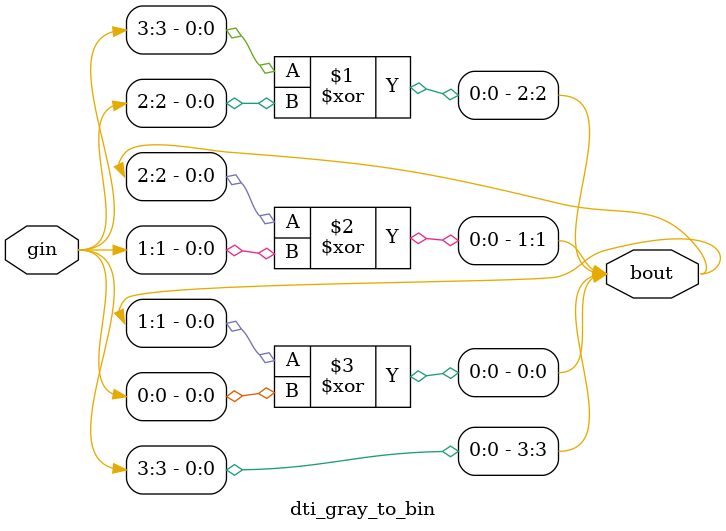
<source format=v>
module dti_gray_to_bin #(
    parameter WIDTH = 4  // bit-numbers of the input binary-encoded value and output gray-encoded value
) (
    input  [WIDTH-1:0] gin,  // input value in gray-encoded format
    output [WIDTH-1:0] bout  // output value in binary-encoded format
);
    //--------------------------------------------------------------------------
    genvar gi;
    //--------------------------------------------------------------------------
    assign bout[WIDTH-1] = gin[WIDTH-1];

    generate for(gi = WIDTH-2 ; gi >= 0; gi = gi - 1) begin: CAL_BIT_N_PROC
        assign bout[gi] = bout[gi+1] ^ gin[gi];
    end /*CAL_BIT_N_PROC*/
    endgenerate

endmodule /*dti_gray_to_bin*/


</source>
